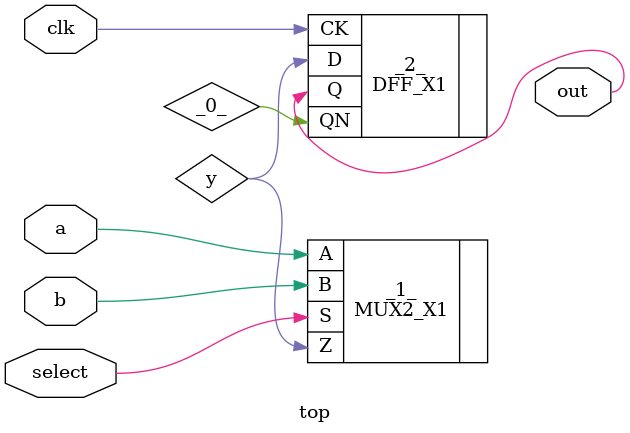
<source format=v>
/* Generated by Yosys 0.9+4081 (git sha1 987fca52, gcc 9.3.1 -fPIC -Os) */

module top(a, b, clk, select, out);
  wire _0_;
  input a;
  input b;
  input clk;
  output out;
  input select;
  wire y;
  MUX2_X1 _1_ (
    .A(a),
    .B(b),
    .S(select),
    .Z(y)
  );
  DFF_X1 _2_ (
    .CK(clk),
    .D(y),
    .Q(out),
    .QN(_0_)
  );
endmodule

</source>
